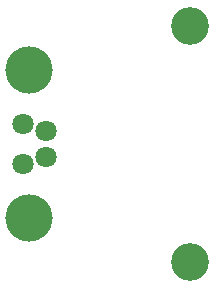
<source format=gbr>
%TF.GenerationSoftware,KiCad,Pcbnew,8.0.8*%
%TF.CreationDate,2025-02-03T14:17:38+01:00*%
%TF.ProjectId,FT25-SLS,46543235-2d53-44c5-932e-6b696361645f,rev?*%
%TF.SameCoordinates,Original*%
%TF.FileFunction,Soldermask,Bot*%
%TF.FilePolarity,Negative*%
%FSLAX46Y46*%
G04 Gerber Fmt 4.6, Leading zero omitted, Abs format (unit mm)*
G04 Created by KiCad (PCBNEW 8.0.8) date 2025-02-03 14:17:38*
%MOMM*%
%LPD*%
G01*
G04 APERTURE LIST*
%ADD10C,1.800000*%
%ADD11C,4.000000*%
%ADD12C,3.200000*%
G04 APERTURE END LIST*
D10*
%TO.C,J1*%
X120820000Y-61700000D03*
X122770000Y-61075000D03*
X120820000Y-58300000D03*
X122770000Y-58925000D03*
D11*
X121320000Y-53750000D03*
X121320000Y-66250000D03*
%TD*%
D12*
%TO.C,H1*%
X134990000Y-49990000D03*
%TD*%
%TO.C,H2*%
X135000000Y-70000000D03*
%TD*%
M02*

</source>
